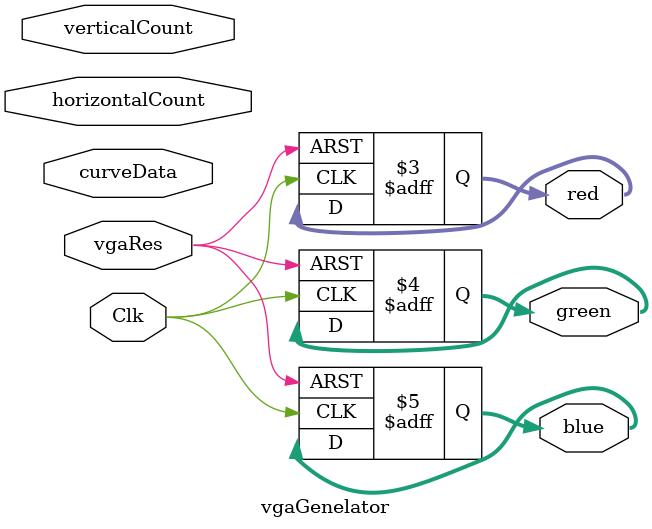
<source format=v>
module vgaGenelator(
    input       Clk,
    input       vgaRes,
    input [7:0] curveData,
    input [9:0] horizontalCount,
    input [9:0] verticalCount,
	output[3:0] red,
	output[3:0] green,
	output[3:0] blue
);

    // register of color 
    reg[3:0] red;
	reg[3:0] green;
	reg[3:0] blue;

    // array of double dimensional
    reg [7:0] dotPosition [0:639];    // dotPosition[8][640] (Wrote like C lang.)
    
    always @(negedge Clk or negedge vgaRes) begin
        
        // initialize
        if (!vgaRes)    begin
            red <= 0;
            green <= 0;
            blue <= 0;
        end
        
        else begin
            
        end // else end
        
    end // always end
    
endmodule
</source>
